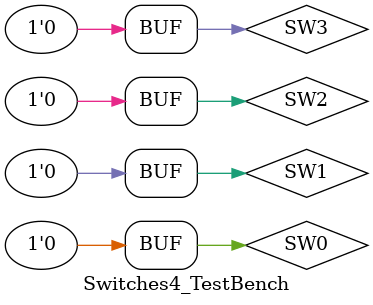
<source format=v>
`timescale 1ns / 1ps


module Switches4_TestBench(

    );
    
   reg SW0;
   reg SW1;
   reg SW2;
   reg SW3;
   wire LED0;
   wire LED1;
   wire LED2;
   wire LED3;
   
   // Instantiation
   Switches4 UUT(SW0, SW1, SW2, SW3, LED0, LED1, LED2, LED3);
   
   initial begin
   SW0=0;
   SW1=0;
   SW2=0;
   SW3=0;
   #100;
   SW0=1;
   SW1=0;
   SW2=0;
   SW3=0;
   #100;
   SW0=0;
   SW1=0;
   SW2=1;
   SW3=1;
   #100;
   SW0=1;
   SW1=1;
   SW2=0;
   SW3=0;
   #100;
   SW0=0;
   SW1=1;
   SW2=1;
   SW3=0;
   #100;
   SW0=0;
   SW1=0;
   SW2=0;
   SW3=0;
   #100;
   end
   
endmodule

</source>
